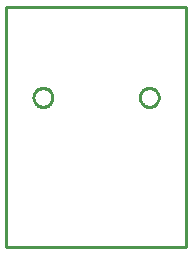
<source format=gbr>
G04 EAGLE Gerber RS-274X export*
G75*
%MOMM*%
%FSLAX34Y34*%
%LPD*%
%IN*%
%IPPOS*%
%AMOC8*
5,1,8,0,0,1.08239X$1,22.5*%
G01*
%ADD10C,0.254000*%


D10*
X0Y0D02*
X152400Y0D01*
X152400Y203200D01*
X0Y203200D01*
X0Y0D01*
X120807Y119000D02*
X120025Y119077D01*
X119254Y119230D01*
X118502Y119459D01*
X117775Y119759D01*
X117082Y120130D01*
X116429Y120567D01*
X115821Y121065D01*
X115265Y121621D01*
X114767Y122229D01*
X114330Y122882D01*
X113959Y123575D01*
X113659Y124302D01*
X113430Y125054D01*
X113277Y125825D01*
X113200Y126607D01*
X113200Y127393D01*
X113277Y128175D01*
X113430Y128946D01*
X113659Y129698D01*
X113959Y130425D01*
X114330Y131118D01*
X114767Y131771D01*
X115265Y132379D01*
X115821Y132935D01*
X116429Y133433D01*
X117082Y133870D01*
X117775Y134241D01*
X118502Y134541D01*
X119254Y134770D01*
X120025Y134923D01*
X120807Y135000D01*
X121593Y135000D01*
X122375Y134923D01*
X123146Y134770D01*
X123898Y134541D01*
X124625Y134241D01*
X125318Y133870D01*
X125971Y133433D01*
X126579Y132935D01*
X127135Y132379D01*
X127633Y131771D01*
X128070Y131118D01*
X128441Y130425D01*
X128741Y129698D01*
X128970Y128946D01*
X129123Y128175D01*
X129200Y127393D01*
X129200Y126607D01*
X129123Y125825D01*
X128970Y125054D01*
X128741Y124302D01*
X128441Y123575D01*
X128070Y122882D01*
X127633Y122229D01*
X127135Y121621D01*
X126579Y121065D01*
X125971Y120567D01*
X125318Y120130D01*
X124625Y119759D01*
X123898Y119459D01*
X123146Y119230D01*
X122375Y119077D01*
X121593Y119000D01*
X120807Y119000D01*
X30807Y119000D02*
X30025Y119077D01*
X29254Y119230D01*
X28502Y119459D01*
X27775Y119759D01*
X27082Y120130D01*
X26429Y120567D01*
X25821Y121065D01*
X25265Y121621D01*
X24767Y122229D01*
X24330Y122882D01*
X23959Y123575D01*
X23659Y124302D01*
X23430Y125054D01*
X23277Y125825D01*
X23200Y126607D01*
X23200Y127393D01*
X23277Y128175D01*
X23430Y128946D01*
X23659Y129698D01*
X23959Y130425D01*
X24330Y131118D01*
X24767Y131771D01*
X25265Y132379D01*
X25821Y132935D01*
X26429Y133433D01*
X27082Y133870D01*
X27775Y134241D01*
X28502Y134541D01*
X29254Y134770D01*
X30025Y134923D01*
X30807Y135000D01*
X31593Y135000D01*
X32375Y134923D01*
X33146Y134770D01*
X33898Y134541D01*
X34625Y134241D01*
X35318Y133870D01*
X35971Y133433D01*
X36579Y132935D01*
X37135Y132379D01*
X37633Y131771D01*
X38070Y131118D01*
X38441Y130425D01*
X38741Y129698D01*
X38970Y128946D01*
X39123Y128175D01*
X39200Y127393D01*
X39200Y126607D01*
X39123Y125825D01*
X38970Y125054D01*
X38741Y124302D01*
X38441Y123575D01*
X38070Y122882D01*
X37633Y122229D01*
X37135Y121621D01*
X36579Y121065D01*
X35971Y120567D01*
X35318Y120130D01*
X34625Y119759D01*
X33898Y119459D01*
X33146Y119230D01*
X32375Y119077D01*
X31593Y119000D01*
X30807Y119000D01*
M02*

</source>
